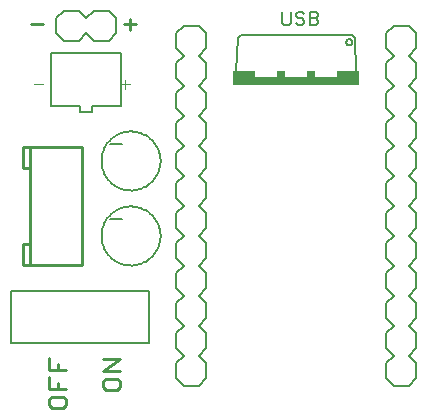
<source format=gto>
G75*
G70*
%OFA0B0*%
%FSLAX24Y24*%
%IPPOS*%
%LPD*%
%AMOC8*
5,1,8,0,0,1.08239X$1,22.5*
%
%ADD10C,0.0110*%
%ADD11C,0.0080*%
%ADD12C,0.0050*%
%ADD13R,0.4200X0.0300*%
%ADD14R,0.0750X0.0200*%
%ADD15R,0.0300X0.0200*%
%ADD16C,0.0040*%
%ADD17C,0.0100*%
D10*
X002054Y000678D02*
X002153Y000580D01*
X002547Y000580D01*
X002645Y000678D01*
X002645Y000875D01*
X002547Y000974D01*
X002153Y000974D01*
X002054Y000875D01*
X002054Y000678D01*
X002054Y001225D02*
X002054Y001618D01*
X002054Y001869D02*
X002054Y002263D01*
X002350Y002066D02*
X002350Y001869D01*
X002645Y001869D02*
X002054Y001869D01*
X002350Y001421D02*
X002350Y001225D01*
X002645Y001225D02*
X002054Y001225D01*
X003854Y001278D02*
X003953Y001180D01*
X004347Y001180D01*
X004445Y001278D01*
X004445Y001475D01*
X004347Y001574D01*
X003953Y001574D01*
X003854Y001475D01*
X003854Y001278D01*
X003854Y001825D02*
X004445Y002218D01*
X003854Y002218D01*
X003854Y001825D02*
X004445Y001825D01*
X004752Y013178D02*
X004752Y013572D01*
X004555Y013375D02*
X004949Y013375D01*
X001849Y013375D02*
X001455Y013375D01*
D11*
X002300Y013575D02*
X002300Y013075D01*
X002550Y012825D01*
X003050Y012825D01*
X003300Y013075D01*
X003550Y012825D01*
X004050Y012825D01*
X004300Y013075D01*
X004300Y013575D01*
X004050Y013825D01*
X003550Y013825D01*
X003300Y013575D01*
X003050Y013825D01*
X002550Y013825D01*
X002300Y013575D01*
X006300Y013075D02*
X006300Y012575D01*
X006550Y012325D01*
X006300Y012075D01*
X006300Y011575D01*
X006550Y011325D01*
X006300Y011075D01*
X006300Y010575D01*
X006550Y010325D01*
X006300Y010075D01*
X006300Y009575D01*
X006550Y009325D01*
X006300Y009075D01*
X006300Y008575D01*
X006550Y008325D01*
X006300Y008075D01*
X006300Y007575D01*
X006550Y007325D01*
X006300Y007075D01*
X006300Y006575D01*
X006550Y006325D01*
X006300Y006075D01*
X006300Y005575D01*
X006550Y005325D01*
X006300Y005075D01*
X006300Y004575D01*
X006550Y004325D01*
X006300Y004075D01*
X006300Y003575D01*
X006550Y003325D01*
X006300Y003075D01*
X006300Y002575D01*
X006550Y002325D01*
X006300Y002075D01*
X006300Y001575D01*
X006550Y001325D01*
X007050Y001325D01*
X007300Y001575D01*
X007300Y002075D01*
X007050Y002325D01*
X007300Y002575D01*
X007300Y003075D01*
X007050Y003325D01*
X007300Y003575D01*
X007300Y004075D01*
X007050Y004325D01*
X007300Y004575D01*
X007300Y005075D01*
X007050Y005325D01*
X007300Y005575D01*
X007300Y006075D01*
X007050Y006325D01*
X007300Y006575D01*
X007300Y007075D01*
X007050Y007325D01*
X007300Y007575D01*
X007300Y008075D01*
X007050Y008325D01*
X007300Y008575D01*
X007300Y009075D01*
X007050Y009325D01*
X007300Y009575D01*
X007300Y010075D01*
X007050Y010325D01*
X007300Y010575D01*
X007300Y011075D01*
X007050Y011325D01*
X007300Y011575D01*
X007300Y012075D01*
X007050Y012325D01*
X007300Y012575D01*
X007300Y013075D01*
X007050Y013325D01*
X006550Y013325D01*
X006300Y013075D01*
X009840Y013435D02*
X009910Y013365D01*
X010050Y013365D01*
X010120Y013435D01*
X010120Y013785D01*
X010300Y013715D02*
X010300Y013645D01*
X010370Y013575D01*
X010511Y013575D01*
X010581Y013505D01*
X010581Y013435D01*
X010511Y013365D01*
X010370Y013365D01*
X010300Y013435D01*
X010300Y013715D02*
X010370Y013785D01*
X010511Y013785D01*
X010581Y013715D01*
X010761Y013785D02*
X010971Y013785D01*
X011041Y013715D01*
X011041Y013645D01*
X010971Y013575D01*
X010761Y013575D01*
X010971Y013575D02*
X011041Y013505D01*
X011041Y013435D01*
X010971Y013365D01*
X010761Y013365D01*
X010761Y013785D01*
X009840Y013785D02*
X009840Y013435D01*
X013300Y013075D02*
X013300Y012575D01*
X013550Y012325D01*
X013300Y012075D01*
X013300Y011575D01*
X013550Y011325D01*
X013300Y011075D01*
X013300Y010575D01*
X013550Y010325D01*
X013300Y010075D01*
X013300Y009575D01*
X013550Y009325D01*
X013300Y009075D01*
X013300Y008575D01*
X013550Y008325D01*
X013300Y008075D01*
X013300Y007575D01*
X013550Y007325D01*
X013300Y007075D01*
X013300Y006575D01*
X013550Y006325D01*
X013300Y006075D01*
X013300Y005575D01*
X013550Y005325D01*
X013300Y005075D01*
X013300Y004575D01*
X013550Y004325D01*
X013300Y004075D01*
X013300Y003575D01*
X013550Y003325D01*
X013300Y003075D01*
X013300Y002575D01*
X013550Y002325D01*
X013300Y002075D01*
X013300Y001575D01*
X013550Y001325D01*
X014050Y001325D01*
X014300Y001575D01*
X014300Y002075D01*
X014050Y002325D01*
X014300Y002575D01*
X014300Y003075D01*
X014050Y003325D01*
X014300Y003575D01*
X014300Y004075D01*
X014050Y004325D01*
X014300Y004575D01*
X014300Y005075D01*
X014050Y005325D01*
X014300Y005575D01*
X014300Y006075D01*
X014050Y006325D01*
X014300Y006575D01*
X014300Y007075D01*
X014050Y007325D01*
X014300Y007575D01*
X014300Y008075D01*
X014050Y008325D01*
X014300Y008575D01*
X014300Y009075D01*
X014050Y009325D01*
X014300Y009575D01*
X014300Y010075D01*
X014050Y010325D01*
X014300Y010575D01*
X014300Y011075D01*
X014050Y011325D01*
X014300Y011575D01*
X014300Y012075D01*
X014050Y012325D01*
X014300Y012575D01*
X014300Y013075D01*
X014050Y013325D01*
X013550Y013325D01*
X013300Y013075D01*
X003816Y008825D02*
X003818Y008887D01*
X003824Y008950D01*
X003834Y009011D01*
X003848Y009072D01*
X003865Y009132D01*
X003886Y009191D01*
X003912Y009248D01*
X003940Y009303D01*
X003972Y009357D01*
X004008Y009408D01*
X004046Y009458D01*
X004088Y009504D01*
X004132Y009548D01*
X004180Y009589D01*
X004229Y009627D01*
X004281Y009661D01*
X004335Y009692D01*
X004391Y009720D01*
X004449Y009744D01*
X004508Y009765D01*
X004568Y009781D01*
X004629Y009794D01*
X004691Y009803D01*
X004753Y009808D01*
X004816Y009809D01*
X004878Y009806D01*
X004940Y009799D01*
X005002Y009788D01*
X005062Y009773D01*
X005122Y009755D01*
X005180Y009733D01*
X005237Y009707D01*
X005292Y009677D01*
X005345Y009644D01*
X005396Y009608D01*
X005444Y009569D01*
X005490Y009526D01*
X005533Y009481D01*
X005573Y009433D01*
X005610Y009383D01*
X005644Y009330D01*
X005675Y009276D01*
X005701Y009220D01*
X005725Y009162D01*
X005744Y009102D01*
X005760Y009042D01*
X005772Y008980D01*
X005780Y008919D01*
X005784Y008856D01*
X005784Y008794D01*
X005780Y008731D01*
X005772Y008670D01*
X005760Y008608D01*
X005744Y008548D01*
X005725Y008488D01*
X005701Y008430D01*
X005675Y008374D01*
X005644Y008320D01*
X005610Y008267D01*
X005573Y008217D01*
X005533Y008169D01*
X005490Y008124D01*
X005444Y008081D01*
X005396Y008042D01*
X005345Y008006D01*
X005292Y007973D01*
X005237Y007943D01*
X005180Y007917D01*
X005122Y007895D01*
X005062Y007877D01*
X005002Y007862D01*
X004940Y007851D01*
X004878Y007844D01*
X004816Y007841D01*
X004753Y007842D01*
X004691Y007847D01*
X004629Y007856D01*
X004568Y007869D01*
X004508Y007885D01*
X004449Y007906D01*
X004391Y007930D01*
X004335Y007958D01*
X004281Y007989D01*
X004229Y008023D01*
X004180Y008061D01*
X004132Y008102D01*
X004088Y008146D01*
X004046Y008192D01*
X004008Y008242D01*
X003972Y008293D01*
X003940Y008347D01*
X003912Y008402D01*
X003886Y008459D01*
X003865Y008518D01*
X003848Y008578D01*
X003834Y008639D01*
X003824Y008700D01*
X003818Y008763D01*
X003816Y008825D01*
X004100Y009375D02*
X004500Y009375D01*
X004500Y006875D02*
X004100Y006875D01*
X003816Y006325D02*
X003818Y006387D01*
X003824Y006450D01*
X003834Y006511D01*
X003848Y006572D01*
X003865Y006632D01*
X003886Y006691D01*
X003912Y006748D01*
X003940Y006803D01*
X003972Y006857D01*
X004008Y006908D01*
X004046Y006958D01*
X004088Y007004D01*
X004132Y007048D01*
X004180Y007089D01*
X004229Y007127D01*
X004281Y007161D01*
X004335Y007192D01*
X004391Y007220D01*
X004449Y007244D01*
X004508Y007265D01*
X004568Y007281D01*
X004629Y007294D01*
X004691Y007303D01*
X004753Y007308D01*
X004816Y007309D01*
X004878Y007306D01*
X004940Y007299D01*
X005002Y007288D01*
X005062Y007273D01*
X005122Y007255D01*
X005180Y007233D01*
X005237Y007207D01*
X005292Y007177D01*
X005345Y007144D01*
X005396Y007108D01*
X005444Y007069D01*
X005490Y007026D01*
X005533Y006981D01*
X005573Y006933D01*
X005610Y006883D01*
X005644Y006830D01*
X005675Y006776D01*
X005701Y006720D01*
X005725Y006662D01*
X005744Y006602D01*
X005760Y006542D01*
X005772Y006480D01*
X005780Y006419D01*
X005784Y006356D01*
X005784Y006294D01*
X005780Y006231D01*
X005772Y006170D01*
X005760Y006108D01*
X005744Y006048D01*
X005725Y005988D01*
X005701Y005930D01*
X005675Y005874D01*
X005644Y005820D01*
X005610Y005767D01*
X005573Y005717D01*
X005533Y005669D01*
X005490Y005624D01*
X005444Y005581D01*
X005396Y005542D01*
X005345Y005506D01*
X005292Y005473D01*
X005237Y005443D01*
X005180Y005417D01*
X005122Y005395D01*
X005062Y005377D01*
X005002Y005362D01*
X004940Y005351D01*
X004878Y005344D01*
X004816Y005341D01*
X004753Y005342D01*
X004691Y005347D01*
X004629Y005356D01*
X004568Y005369D01*
X004508Y005385D01*
X004449Y005406D01*
X004391Y005430D01*
X004335Y005458D01*
X004281Y005489D01*
X004229Y005523D01*
X004180Y005561D01*
X004132Y005602D01*
X004088Y005646D01*
X004046Y005692D01*
X004008Y005742D01*
X003972Y005793D01*
X003940Y005847D01*
X003912Y005902D01*
X003886Y005959D01*
X003865Y006018D01*
X003848Y006078D01*
X003834Y006139D01*
X003824Y006200D01*
X003818Y006263D01*
X003816Y006325D01*
X005389Y004481D02*
X000811Y004481D01*
X000811Y002769D01*
X005389Y002769D01*
X005389Y004481D01*
D12*
X002694Y009294D02*
X001906Y009294D01*
X003103Y010459D02*
X003103Y010656D01*
X002119Y010656D01*
X002119Y012427D01*
X004481Y012427D01*
X004481Y010656D01*
X003497Y010656D01*
X003497Y010459D01*
X003103Y010459D01*
X008300Y011775D02*
X008350Y012925D01*
X008450Y013025D01*
X012150Y013025D01*
X012250Y012925D01*
X012300Y011775D01*
X011970Y012785D02*
X011972Y012805D01*
X011978Y012823D01*
X011987Y012841D01*
X011999Y012856D01*
X012014Y012868D01*
X012032Y012877D01*
X012050Y012883D01*
X012070Y012885D01*
X012090Y012883D01*
X012108Y012877D01*
X012126Y012868D01*
X012141Y012856D01*
X012153Y012841D01*
X012162Y012823D01*
X012168Y012805D01*
X012170Y012785D01*
X012168Y012765D01*
X012162Y012747D01*
X012153Y012729D01*
X012141Y012714D01*
X012126Y012702D01*
X012108Y012693D01*
X012090Y012687D01*
X012070Y012685D01*
X012050Y012687D01*
X012032Y012693D01*
X012014Y012702D01*
X011999Y012714D01*
X011987Y012729D01*
X011978Y012747D01*
X011972Y012765D01*
X011970Y012785D01*
D13*
X010300Y011475D03*
D14*
X012025Y011725D03*
X008575Y011725D03*
D15*
X009800Y011725D03*
X010800Y011725D03*
D16*
X004767Y011375D02*
X004460Y011375D01*
X004613Y011222D02*
X004613Y011529D01*
X001867Y011375D02*
X001560Y011375D01*
D17*
X001434Y009294D02*
X001198Y009294D01*
X001198Y008585D01*
X001434Y008585D01*
X001434Y008034D01*
X001434Y006616D01*
X001434Y006065D01*
X001198Y006065D01*
X001198Y005356D01*
X001434Y005356D01*
X003166Y005356D01*
X003166Y009294D01*
X001434Y009294D01*
X001434Y008585D01*
X001434Y006065D02*
X001434Y005356D01*
X001709Y005356D02*
X002891Y005356D01*
M02*

</source>
